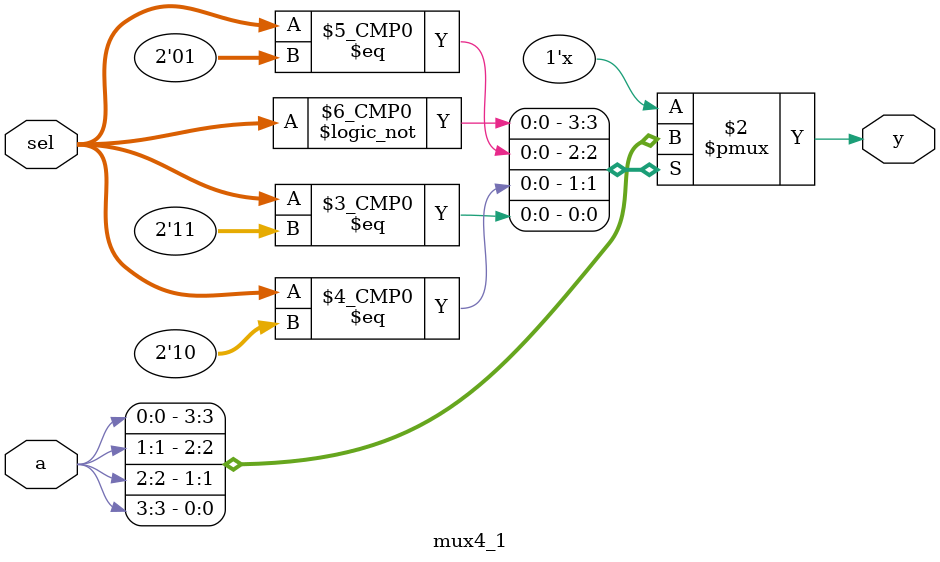
<source format=v>
/********************************************************************************************

Copyright 2018-2019 - Maven Silicon Softech Pvt Ltd. All Rights Reserved.

This source code is an unpublished work belongs to Maven Silicon Softech Pvt Ltd.
It is considered a trade secret and is not to be divulged or used by parties who 
have not received written authorization from Maven Silicon Softech Pvt Ltd.

Maven Silicon Softech Pvt Ltd
Bangalore - 560076

Webpage: www.maven-silicon.com

Filename:	mux4_1.v   

Description:	4:1 mux design

Date:		01/05/2018

Author:		Maven Silicon

Email:		online@maven-silicon.com
		 

Version:	1.0

*********************************************************************************************/
 
module mux4_1(a,
              sel,
              y);

       

// Step 1 : Define the port directions with proper datatypes & ranges.
input [3:0] a;
input [1:0] sel;
output reg y;

// Step 2 : Write the MUX behaviour as a parallel logic using case statement in behavioural modelling.
always@(sel, a)
begin
case (sel)
2'b00 : y = a[0];
2'b01 : y = a[1];
2'b10 : y = a[2];
2'b11 : y = a[3];
endcase
end
endmodule
</source>
